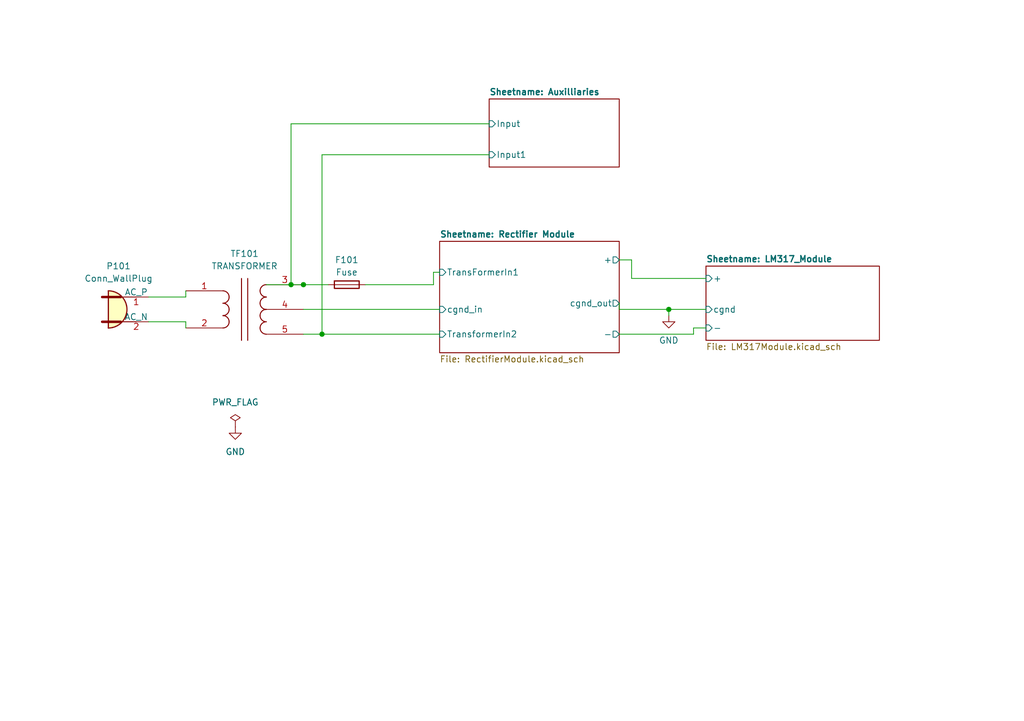
<source format=kicad_sch>
(kicad_sch (version 20230121) (generator eeschema)

  (uuid 85225bbb-a12f-4483-ac90-767368bd8ae2)

  (paper "A5")

  (title_block
    (title "Bench power supply")
    (date "2023-10-15")
    (rev "1")
  )

  (lib_symbols
    (symbol "Connector:Conn_WallPlug" (pin_names (offset 0)) (in_bom yes) (on_board yes)
      (property "Reference" "P" (at -1.27 4.445 0)
        (effects (font (size 1.27 1.27)) (justify bottom))
      )
      (property "Value" "Conn_WallPlug" (at -5.715 0 90)
        (effects (font (size 1.27 1.27)) (justify bottom))
      )
      (property "Footprint" "" (at 10.16 0 0)
        (effects (font (size 1.27 1.27)) hide)
      )
      (property "Datasheet" "~" (at 10.16 0 0)
        (effects (font (size 1.27 1.27)) hide)
      )
      (property "ki_keywords" "wall plug 110VAC 220VAC" (at 0 0 0)
        (effects (font (size 1.27 1.27)) hide)
      )
      (property "ki_description" "3-pin general wall plug, no Earth wire (110VAC, 220VAC)" (at 0 0 0)
        (effects (font (size 1.27 1.27)) hide)
      )
      (symbol "Conn_WallPlug_0_1"
        (arc (start -3.175 -3.81) (mid 0.6184 0) (end -3.175 3.81)
          (stroke (width 0.254) (type default))
          (fill (type background))
        )
        (polyline
          (pts
            (xy -4.445 -2.54)
            (xy -0.635 -2.54)
          )
          (stroke (width 0.508) (type default))
          (fill (type none))
        )
        (polyline
          (pts
            (xy -4.445 2.54)
            (xy -0.635 2.54)
          )
          (stroke (width 0.508) (type default))
          (fill (type none))
        )
        (polyline
          (pts
            (xy -3.175 -3.81)
            (xy -3.175 3.81)
          )
          (stroke (width 0.254) (type default))
          (fill (type none))
        )
        (polyline
          (pts
            (xy -0.635 -2.54)
            (xy 2.54 -2.54)
          )
          (stroke (width 0) (type default))
          (fill (type none))
        )
        (polyline
          (pts
            (xy -0.635 2.54)
            (xy 2.54 2.54)
          )
          (stroke (width 0) (type default))
          (fill (type none))
        )
      )
      (symbol "Conn_WallPlug_1_1"
        (pin power_out line (at 5.08 2.54 180) (length 5.08)
          (name "AC_P" (effects (font (size 1.27 1.27))))
          (number "1" (effects (font (size 1.27 1.27))))
        )
        (pin power_out line (at 5.08 -2.54 180) (length 5.08)
          (name "AC_N" (effects (font (size 1.27 1.27))))
          (number "2" (effects (font (size 1.27 1.27))))
        )
      )
    )
    (symbol "Device:Fuse" (pin_numbers hide) (pin_names (offset 0)) (in_bom yes) (on_board yes)
      (property "Reference" "F" (at 2.032 0 90)
        (effects (font (size 1.27 1.27)))
      )
      (property "Value" "Fuse" (at -1.905 0 90)
        (effects (font (size 1.27 1.27)))
      )
      (property "Footprint" "" (at -1.778 0 90)
        (effects (font (size 1.27 1.27)) hide)
      )
      (property "Datasheet" "~" (at 0 0 0)
        (effects (font (size 1.27 1.27)) hide)
      )
      (property "ki_keywords" "fuse" (at 0 0 0)
        (effects (font (size 1.27 1.27)) hide)
      )
      (property "ki_description" "Fuse" (at 0 0 0)
        (effects (font (size 1.27 1.27)) hide)
      )
      (property "ki_fp_filters" "*Fuse*" (at 0 0 0)
        (effects (font (size 1.27 1.27)) hide)
      )
      (symbol "Fuse_0_1"
        (rectangle (start -0.762 -2.54) (end 0.762 2.54)
          (stroke (width 0.254) (type default))
          (fill (type none))
        )
        (polyline
          (pts
            (xy 0 2.54)
            (xy 0 -2.54)
          )
          (stroke (width 0) (type default))
          (fill (type none))
        )
      )
      (symbol "Fuse_1_1"
        (pin passive line (at 0 3.81 270) (length 1.27)
          (name "~" (effects (font (size 1.27 1.27))))
          (number "1" (effects (font (size 1.27 1.27))))
        )
        (pin passive line (at 0 -3.81 90) (length 1.27)
          (name "~" (effects (font (size 1.27 1.27))))
          (number "2" (effects (font (size 1.27 1.27))))
        )
      )
    )
    (symbol "V_Passive:TRANSFORMER" (in_bom yes) (on_board yes)
      (property "Reference" "TF" (at -12.065 11.43 0)
        (effects (font (size 1.27 1.27)) (justify left))
      )
      (property "Value" "TRANSFORMER" (at -12.065 8.89 0)
        (effects (font (size 1.27 1.27)) (justify left))
      )
      (property "Footprint" "package name for PCB layout" (at 0 0 0)
        (effects (font (size 1.27 1.27)) hide)
      )
      (property "Datasheet" "" (at 0 0 0)
        (effects (font (size 1.27 1.27)) hide)
      )
      (property "ki_locked" "" (at 0 0 0)
        (effects (font (size 1.27 1.27)))
      )
      (property "ki_fp_filters" "package" (at 0 0 0)
        (effects (font (size 1.27 1.27)) hide)
      )
      (symbol "TRANSFORMER_0_0"
        (arc (start -5.08 -3.81) (mid -4.182 -3.438) (end -3.81 -2.54)
          (stroke (width 0.2032) (type solid))
          (fill (type none))
        )
        (arc (start -5.08 -1.27) (mid -4.182 -0.898) (end -3.81 0)
          (stroke (width 0.2032) (type solid))
          (fill (type none))
        )
        (arc (start -5.08 1.27) (mid -4.182 1.642) (end -3.81 2.54)
          (stroke (width 0.2032) (type solid))
          (fill (type none))
        )
        (arc (start -3.81 -2.54) (mid -4.182 -1.642) (end -5.08 -1.27)
          (stroke (width 0.2032) (type solid))
          (fill (type none))
        )
        (arc (start -3.81 0) (mid -4.182 0.898) (end -5.08 1.27)
          (stroke (width 0.2032) (type solid))
          (fill (type none))
        )
        (arc (start -3.81 2.54) (mid -4.182 3.438) (end -5.08 3.81)
          (stroke (width 0.2032) (type solid))
          (fill (type none))
        )
        (polyline
          (pts
            (xy -1.27 6.35)
            (xy -1.27 -6.35)
          )
          (stroke (width 0.2032) (type solid))
          (fill (type none))
        )
        (polyline
          (pts
            (xy 0 6.35)
            (xy 0 -6.35)
          )
          (stroke (width 0.2032) (type solid))
          (fill (type none))
        )
        (arc (start 2.54 -3.81) (mid 2.912 -4.708) (end 3.81 -5.08)
          (stroke (width 0.2032) (type solid))
          (fill (type none))
        )
        (arc (start 2.54 -1.27) (mid 2.912 -2.168) (end 3.81 -2.54)
          (stroke (width 0.2032) (type solid))
          (fill (type none))
        )
        (arc (start 2.54 1.27) (mid 2.912 0.372) (end 3.81 0)
          (stroke (width 0.2032) (type solid))
          (fill (type none))
        )
        (arc (start 2.54 3.81) (mid 2.912 2.912) (end 3.81 2.54)
          (stroke (width 0.2032) (type solid))
          (fill (type none))
        )
        (arc (start 3.81 -2.54) (mid 2.912 -2.912) (end 2.54 -3.81)
          (stroke (width 0.2032) (type solid))
          (fill (type none))
        )
        (arc (start 3.81 0) (mid 2.912 -0.372) (end 2.54 -1.27)
          (stroke (width 0.2032) (type solid))
          (fill (type none))
        )
        (arc (start 3.81 2.54) (mid 2.912 2.168) (end 2.54 1.27)
          (stroke (width 0.2032) (type solid))
          (fill (type none))
        )
        (arc (start 3.81 5.08) (mid 2.912 4.708) (end 2.54 3.81)
          (stroke (width 0.2032) (type solid))
          (fill (type none))
        )
      )
      (symbol "TRANSFORMER_1_0"
        (pin unspecified line (at -12.7 3.81 0) (length 7.62)
          (name "~" (effects (font (size 1.27 1.27))))
          (number "1" (effects (font (size 1.27 1.27))))
        )
        (pin unspecified line (at -12.7 -3.81 0) (length 7.62)
          (name "~" (effects (font (size 1.27 1.27))))
          (number "2" (effects (font (size 1.27 1.27))))
        )
        (pin unspecified line (at 11.43 5.08 180) (length 7.62)
          (name "~" (effects (font (size 1.27 1.27))))
          (number "3" (effects (font (size 1.27 1.27))))
        )
        (pin unspecified line (at 11.43 0 180) (length 7.62)
          (name "~" (effects (font (size 1.27 1.27))))
          (number "4" (effects (font (size 1.27 1.27))))
        )
        (pin unspecified line (at 11.43 -5.08 180) (length 7.62)
          (name "~" (effects (font (size 1.27 1.27))))
          (number "5" (effects (font (size 1.27 1.27))))
        )
      )
    )
    (symbol "power:GND" (power) (pin_names (offset 0)) (in_bom yes) (on_board yes)
      (property "Reference" "#PWR" (at 0 -6.35 0)
        (effects (font (size 1.27 1.27)) hide)
      )
      (property "Value" "GND" (at 0 -3.81 0)
        (effects (font (size 1.27 1.27)))
      )
      (property "Footprint" "" (at 0 0 0)
        (effects (font (size 1.27 1.27)) hide)
      )
      (property "Datasheet" "" (at 0 0 0)
        (effects (font (size 1.27 1.27)) hide)
      )
      (property "ki_keywords" "global power" (at 0 0 0)
        (effects (font (size 1.27 1.27)) hide)
      )
      (property "ki_description" "Power symbol creates a global label with name \"GND\" , ground" (at 0 0 0)
        (effects (font (size 1.27 1.27)) hide)
      )
      (symbol "GND_0_1"
        (polyline
          (pts
            (xy 0 0)
            (xy 0 -1.27)
            (xy 1.27 -1.27)
            (xy 0 -2.54)
            (xy -1.27 -1.27)
            (xy 0 -1.27)
          )
          (stroke (width 0) (type default))
          (fill (type none))
        )
      )
      (symbol "GND_1_1"
        (pin power_in line (at 0 0 270) (length 0) hide
          (name "GND" (effects (font (size 1.27 1.27))))
          (number "1" (effects (font (size 1.27 1.27))))
        )
      )
    )
    (symbol "power:PWR_FLAG" (power) (pin_numbers hide) (pin_names (offset 0) hide) (in_bom yes) (on_board yes)
      (property "Reference" "#FLG" (at 0 1.905 0)
        (effects (font (size 1.27 1.27)) hide)
      )
      (property "Value" "PWR_FLAG" (at 0 3.81 0)
        (effects (font (size 1.27 1.27)))
      )
      (property "Footprint" "" (at 0 0 0)
        (effects (font (size 1.27 1.27)) hide)
      )
      (property "Datasheet" "~" (at 0 0 0)
        (effects (font (size 1.27 1.27)) hide)
      )
      (property "ki_keywords" "flag power" (at 0 0 0)
        (effects (font (size 1.27 1.27)) hide)
      )
      (property "ki_description" "Special symbol for telling ERC where power comes from" (at 0 0 0)
        (effects (font (size 1.27 1.27)) hide)
      )
      (symbol "PWR_FLAG_0_0"
        (pin power_out line (at 0 0 90) (length 0)
          (name "pwr" (effects (font (size 1.27 1.27))))
          (number "1" (effects (font (size 1.27 1.27))))
        )
      )
      (symbol "PWR_FLAG_0_1"
        (polyline
          (pts
            (xy 0 0)
            (xy 0 1.27)
            (xy -1.016 1.905)
            (xy 0 2.54)
            (xy 1.016 1.905)
            (xy 0 1.27)
          )
          (stroke (width 0) (type default))
          (fill (type none))
        )
      )
    )
  )

  (junction (at 137.16 63.5) (diameter 0) (color 0 0 0 0)
    (uuid 58589729-0703-4cdf-8ecd-306a22200a80)
  )
  (junction (at 62.23 58.42) (diameter 0) (color 0 0 0 0)
    (uuid 716c3e5f-d49e-4159-970c-7296347a82f2)
  )
  (junction (at 59.69 58.42) (diameter 0) (color 0 0 0 0)
    (uuid 9b7ff9a9-5585-4d61-a0e9-924dc4dcbb87)
  )
  (junction (at 66.04 68.58) (diameter 0) (color 0 0 0 0)
    (uuid fb80182c-d737-48aa-a763-0d8ad7e9cae6)
  )

  (wire (pts (xy 30.48 66.04) (xy 38.1 66.04))
    (stroke (width 0) (type default))
    (uuid 11eb492e-88a0-4524-871b-a560a37bb926)
  )
  (wire (pts (xy 127 63.5) (xy 137.16 63.5))
    (stroke (width 0) (type default))
    (uuid 12051245-efbd-43a3-ab46-d2c53174c378)
  )
  (wire (pts (xy 66.04 68.58) (xy 90.17 68.58))
    (stroke (width 0) (type default))
    (uuid 20693d1e-70ae-464d-b6ab-f9bb63c9e214)
  )
  (wire (pts (xy 144.78 63.5) (xy 137.16 63.5))
    (stroke (width 0) (type default))
    (uuid 2b4c7d18-e894-4217-8761-9cb40e2200b1)
  )
  (wire (pts (xy 142.24 67.31) (xy 142.24 68.58))
    (stroke (width 0) (type default))
    (uuid 32bcf6b9-1250-4866-8904-cf0a6555e417)
  )
  (wire (pts (xy 30.48 60.96) (xy 38.1 60.96))
    (stroke (width 0) (type default))
    (uuid 34fdccc7-b4ca-4251-9811-788349c7f59a)
  )
  (wire (pts (xy 144.78 57.15) (xy 129.54 57.15))
    (stroke (width 0) (type default))
    (uuid 3d9fdd2a-dae7-4d03-9bd2-5fb093fefebe)
  )
  (wire (pts (xy 38.1 66.04) (xy 38.1 67.31))
    (stroke (width 0) (type default))
    (uuid 484d0777-2208-4e27-994c-89770f8162b6)
  )
  (wire (pts (xy 100.33 31.75) (xy 66.04 31.75))
    (stroke (width 0) (type default))
    (uuid 5267d971-b604-421b-8c6f-aae2a88d0f63)
  )
  (wire (pts (xy 62.23 58.42) (xy 67.31 58.42))
    (stroke (width 0) (type default))
    (uuid 72fd5183-0d05-4388-84d0-f55529c78280)
  )
  (wire (pts (xy 59.69 58.42) (xy 62.23 58.42))
    (stroke (width 0) (type default))
    (uuid 7bb4104d-acf5-4b5f-8e6d-7c71cfee5adf)
  )
  (wire (pts (xy 88.9 55.88) (xy 88.9 58.42))
    (stroke (width 0) (type default))
    (uuid 8b65d33e-9c35-4ecf-be16-4e7a049b1271)
  )
  (wire (pts (xy 127 53.34) (xy 129.54 53.34))
    (stroke (width 0) (type default))
    (uuid 97dd1e62-3609-4b45-9882-709cbae8adc2)
  )
  (wire (pts (xy 137.16 63.5) (xy 137.16 64.77))
    (stroke (width 0) (type default))
    (uuid 9dea3838-29b3-4e6a-931d-b632f16a01f0)
  )
  (wire (pts (xy 129.54 53.34) (xy 129.54 57.15))
    (stroke (width 0) (type default))
    (uuid 9ec474a8-01b4-44c0-9531-24fc025d319c)
  )
  (wire (pts (xy 38.1 60.96) (xy 38.1 59.69))
    (stroke (width 0) (type default))
    (uuid a68ceb6a-a8e9-40e7-90cb-cc402cf19042)
  )
  (wire (pts (xy 88.9 58.42) (xy 74.93 58.42))
    (stroke (width 0) (type default))
    (uuid aa070908-7899-4848-84fc-dd11eb5f82f2)
  )
  (wire (pts (xy 88.9 55.88) (xy 90.17 55.88))
    (stroke (width 0) (type default))
    (uuid b0b0d864-315e-4e37-b5d7-b29c288cb8bb)
  )
  (wire (pts (xy 127 63.5) (xy 127 62.23))
    (stroke (width 0) (type default))
    (uuid bb20670d-38f2-4f10-bfdd-ecdd55310c4d)
  )
  (wire (pts (xy 54.61 58.42) (xy 59.69 58.42))
    (stroke (width 0) (type default))
    (uuid c3aac5cb-e16d-4559-99d7-0efdf8e19369)
  )
  (wire (pts (xy 62.23 68.58) (xy 66.04 68.58))
    (stroke (width 0) (type default))
    (uuid c579b7f1-595e-49de-a69f-b50c570cd51a)
  )
  (wire (pts (xy 100.33 25.4) (xy 59.69 25.4))
    (stroke (width 0) (type default))
    (uuid c60872b0-b35d-4ae6-9072-74640d790b79)
  )
  (wire (pts (xy 144.78 67.31) (xy 142.24 67.31))
    (stroke (width 0) (type default))
    (uuid d180050b-8478-4fb6-83ba-d4eeca299a7e)
  )
  (wire (pts (xy 59.69 25.4) (xy 59.69 58.42))
    (stroke (width 0) (type default))
    (uuid deac6961-19e6-4744-8ffd-d4e643b3b674)
  )
  (wire (pts (xy 62.23 63.5) (xy 90.17 63.5))
    (stroke (width 0) (type default))
    (uuid e6ae4c8d-81cf-41c7-babd-04a502b10d23)
  )
  (wire (pts (xy 127 68.58) (xy 142.24 68.58))
    (stroke (width 0) (type default))
    (uuid e97d6f6e-03a3-4ab6-bac9-ad4d89fbbf3c)
  )
  (wire (pts (xy 66.04 31.75) (xy 66.04 68.58))
    (stroke (width 0) (type default))
    (uuid f0f58f92-52ee-4da8-8a88-34f5a091f7dc)
  )

  (symbol (lib_id "power:GND") (at 48.26 87.63 0) (unit 1)
    (in_bom yes) (on_board yes) (dnp no) (fields_autoplaced)
    (uuid 00b19f6e-b081-4672-a1a7-9e8bf5160527)
    (property "Reference" "#PWR0102" (at 48.26 93.98 0)
      (effects (font (size 1.27 1.27)) hide)
    )
    (property "Value" "GND" (at 48.26 92.71 0)
      (effects (font (size 1.27 1.27)))
    )
    (property "Footprint" "" (at 48.26 87.63 0)
      (effects (font (size 1.27 1.27)) hide)
    )
    (property "Datasheet" "" (at 48.26 87.63 0)
      (effects (font (size 1.27 1.27)) hide)
    )
    (pin "1" (uuid 33b38189-77f1-492f-b39c-52b16f670b8c))
    (instances
      (project "BenchPowerSupply"
        (path "/85225bbb-a12f-4483-ac90-767368bd8ae2"
          (reference "#PWR0102") (unit 1)
        )
      )
    )
  )

  (symbol (lib_id "Connector:Conn_WallPlug") (at 25.4 63.5 0) (unit 1)
    (in_bom yes) (on_board yes) (dnp no) (fields_autoplaced)
    (uuid 87fa9060-1630-4514-8426-e5040fa5da96)
    (property "Reference" "P101" (at 24.3205 54.61 0)
      (effects (font (size 1.27 1.27)))
    )
    (property "Value" "Conn_WallPlug" (at 24.3205 57.15 0)
      (effects (font (size 1.27 1.27)))
    )
    (property "Footprint" "" (at 35.56 63.5 0)
      (effects (font (size 1.27 1.27)) hide)
    )
    (property "Datasheet" "~" (at 35.56 63.5 0)
      (effects (font (size 1.27 1.27)) hide)
    )
    (pin "1" (uuid 14d76b1f-9bdf-466e-978a-c39f559f0107))
    (pin "2" (uuid d234c5df-532c-4015-9c9b-4927bc889d55))
    (instances
      (project "BenchPowerSupply"
        (path "/85225bbb-a12f-4483-ac90-767368bd8ae2"
          (reference "P101") (unit 1)
        )
      )
    )
  )

  (symbol (lib_id "V_Passive:TRANSFORMER") (at 50.8 63.5 0) (unit 1)
    (in_bom yes) (on_board no) (dnp no) (fields_autoplaced)
    (uuid 9a8e32ef-6f4a-4f18-9fd8-48333d5a653d)
    (property "Reference" "TF101" (at 50.165 52.07 0)
      (effects (font (size 1.27 1.27)))
    )
    (property "Value" "TRANSFORMER" (at 50.165 54.61 0)
      (effects (font (size 1.27 1.27)))
    )
    (property "Footprint" "package name for PCB layout" (at 50.8 63.5 0)
      (effects (font (size 1.27 1.27)) hide)
    )
    (property "Datasheet" "" (at 50.8 63.5 0)
      (effects (font (size 1.27 1.27)) hide)
    )
    (pin "1" (uuid 6dbc37ff-4ffd-4460-9d34-8bf16a476550))
    (pin "2" (uuid 3aab66dc-e0a1-4a5e-b74e-2499de29d303))
    (pin "3" (uuid cacb82d2-3605-45a5-87ce-e18dc8e1b666))
    (pin "4" (uuid 1b8e3c64-2e75-4546-9374-40e594a31790))
    (pin "5" (uuid 2e32ed93-ff5c-4210-96e1-30443e2b0786))
    (instances
      (project "BenchPowerSupply"
        (path "/85225bbb-a12f-4483-ac90-767368bd8ae2"
          (reference "TF101") (unit 1)
        )
      )
    )
  )

  (symbol (lib_id "power:GND") (at 137.16 64.77 0) (unit 1)
    (in_bom yes) (on_board yes) (dnp no) (fields_autoplaced)
    (uuid a3038cb2-95b0-4ee2-b6b0-bfd17e6ef07d)
    (property "Reference" "#PWR0101" (at 137.16 71.12 0)
      (effects (font (size 1.27 1.27)) hide)
    )
    (property "Value" "GND" (at 137.16 69.85 0)
      (effects (font (size 1.27 1.27)))
    )
    (property "Footprint" "" (at 137.16 64.77 0)
      (effects (font (size 1.27 1.27)) hide)
    )
    (property "Datasheet" "" (at 137.16 64.77 0)
      (effects (font (size 1.27 1.27)) hide)
    )
    (pin "1" (uuid 61264d2b-8c5c-467a-a6eb-9ad52de59885))
    (instances
      (project "BenchPowerSupply"
        (path "/85225bbb-a12f-4483-ac90-767368bd8ae2"
          (reference "#PWR0101") (unit 1)
        )
      )
    )
  )

  (symbol (lib_id "Device:Fuse") (at 71.12 58.42 90) (unit 1)
    (in_bom yes) (on_board no) (dnp no) (fields_autoplaced)
    (uuid a8585662-e2b3-47b6-af3f-420aacda056d)
    (property "Reference" "F101" (at 71.12 53.34 90)
      (effects (font (size 1.27 1.27)))
    )
    (property "Value" "Fuse" (at 71.12 55.88 90)
      (effects (font (size 1.27 1.27)))
    )
    (property "Footprint" "" (at 71.12 60.198 90)
      (effects (font (size 1.27 1.27)) hide)
    )
    (property "Datasheet" "~" (at 71.12 58.42 0)
      (effects (font (size 1.27 1.27)) hide)
    )
    (pin "1" (uuid 2a0d6f1e-c38a-476a-b7c2-01528c855462))
    (pin "2" (uuid 370aefa3-740d-4c71-b8f3-6b652047e413))
    (instances
      (project "BenchPowerSupply"
        (path "/85225bbb-a12f-4483-ac90-767368bd8ae2"
          (reference "F101") (unit 1)
        )
      )
    )
  )

  (symbol (lib_id "power:PWR_FLAG") (at 48.26 87.63 0) (unit 1)
    (in_bom yes) (on_board yes) (dnp no) (fields_autoplaced)
    (uuid bd9b3982-d89c-40d4-929b-fdac82d18d70)
    (property "Reference" "#FLG0101" (at 48.26 85.725 0)
      (effects (font (size 1.27 1.27)) hide)
    )
    (property "Value" "PWR_FLAG" (at 48.26 82.55 0)
      (effects (font (size 1.27 1.27)))
    )
    (property "Footprint" "" (at 48.26 87.63 0)
      (effects (font (size 1.27 1.27)) hide)
    )
    (property "Datasheet" "~" (at 48.26 87.63 0)
      (effects (font (size 1.27 1.27)) hide)
    )
    (pin "1" (uuid 428cc16a-7616-41c7-87ff-a7a1a8c391ad))
    (instances
      (project "BenchPowerSupply"
        (path "/85225bbb-a12f-4483-ac90-767368bd8ae2"
          (reference "#FLG0101") (unit 1)
        )
      )
    )
  )

  (sheet (at 100.33 20.32) (size 26.67 13.97) (fields_autoplaced)
    (stroke (width 0.1524) (type solid))
    (fill (color 0 0 0 0.0000))
    (uuid 9a339c22-c169-4e35-a868-5e3d4b41d15e)
    (property "Sheetname" "Auxilliaries" (at 100.33 19.6084 0) (show_name)
      (effects (font (size 1.27 1.27) bold) (justify left bottom))
    )
    (property "Sheetfile" "Auxilliaries.kicad_sch" (at 100.33 34.8746 0)
      (effects (font (size 1.27 1.27)) (justify left top) hide)
    )
    (pin "Input" input (at 100.33 25.4 180)
      (effects (font (size 1.27 1.27)) (justify left))
      (uuid 06dd4484-b20d-4751-a67d-acebabda6980)
    )
    (pin "Input1" input (at 100.33 31.75 180)
      (effects (font (size 1.27 1.27)) (justify left))
      (uuid cc29241a-152c-455a-b7bb-d1598e209509)
    )
    (instances
      (project "BenchPowerSupply"
        (path "/85225bbb-a12f-4483-ac90-767368bd8ae2" (page "4"))
      )
    )
  )

  (sheet (at 144.78 54.61) (size 35.56 15.24) (fields_autoplaced)
    (stroke (width 0.1524) (type solid))
    (fill (color 0 0 0 0.0000))
    (uuid 9b8d7c27-79f7-4e99-bbc7-0ac7c4016791)
    (property "Sheetname" "LM317_Module" (at 144.78 53.8984 0) (show_name)
      (effects (font (size 1.27 1.27) bold) (justify left bottom))
    )
    (property "Sheetfile" "LM317Module.kicad_sch" (at 144.78 70.4346 0)
      (effects (font (size 1.27 1.27)) (justify left top))
    )
    (pin "-" input (at 144.78 67.31 180)
      (effects (font (size 1.27 1.27)) (justify left))
      (uuid be4e5268-f097-4795-b96e-4d173a2e4d7a)
    )
    (pin "+" input (at 144.78 57.15 180)
      (effects (font (size 1.27 1.27)) (justify left))
      (uuid 0d3cb22a-811e-4373-a49c-fbef7b735ca8)
    )
    (pin "cgnd" input (at 144.78 63.5 180)
      (effects (font (size 1.27 1.27)) (justify left))
      (uuid cfe083ae-f394-4113-97ac-fc558de0393f)
    )
    (instances
      (project "BenchPowerSupply"
        (path "/85225bbb-a12f-4483-ac90-767368bd8ae2" (page "2"))
      )
    )
  )

  (sheet (at 90.17 49.53) (size 36.83 22.86) (fields_autoplaced)
    (stroke (width 0.1524) (type solid))
    (fill (color 0 0 0 0.0000))
    (uuid eccd6a13-cab4-4dd0-a5ba-dea4375f28d6)
    (property "Sheetname" "Rectifier Module" (at 90.17 48.8184 0) (show_name)
      (effects (font (size 1.27 1.27) bold) (justify left bottom))
    )
    (property "Sheetfile" "RectifierModule.kicad_sch" (at 90.17 72.9746 0)
      (effects (font (size 1.27 1.27)) (justify left top))
    )
    (pin "+" output (at 127 53.34 0)
      (effects (font (size 1.27 1.27)) (justify right))
      (uuid e8a2bc6f-033e-4adb-b490-c3d666a45ca8)
    )
    (pin "-" output (at 127 68.58 0)
      (effects (font (size 1.27 1.27)) (justify right))
      (uuid a39462c1-509a-46eb-8c22-c5fb859765fd)
    )
    (pin "TransFormerIn1" input (at 90.17 55.88 180)
      (effects (font (size 1.27 1.27)) (justify left))
      (uuid f8509314-55b6-4a49-b8ff-85a4d9eb3b7c)
    )
    (pin "TransformerIn2" input (at 90.17 68.58 180)
      (effects (font (size 1.27 1.27)) (justify left))
      (uuid 4485d2e5-2ff9-43bd-9191-9a087434d50f)
    )
    (pin "cgnd_out" output (at 127 62.23 0)
      (effects (font (size 1.27 1.27)) (justify right))
      (uuid 3b2c285d-e0f7-4643-adb4-8041da0399ee)
    )
    (pin "cgnd_in" input (at 90.17 63.5 180)
      (effects (font (size 1.27 1.27)) (justify left))
      (uuid aac9487f-53ca-4720-b6f0-480fbbe66181)
    )
    (instances
      (project "BenchPowerSupply"
        (path "/85225bbb-a12f-4483-ac90-767368bd8ae2" (page "3"))
      )
    )
  )

  (sheet_instances
    (path "/" (page "1"))
  )
)

</source>
